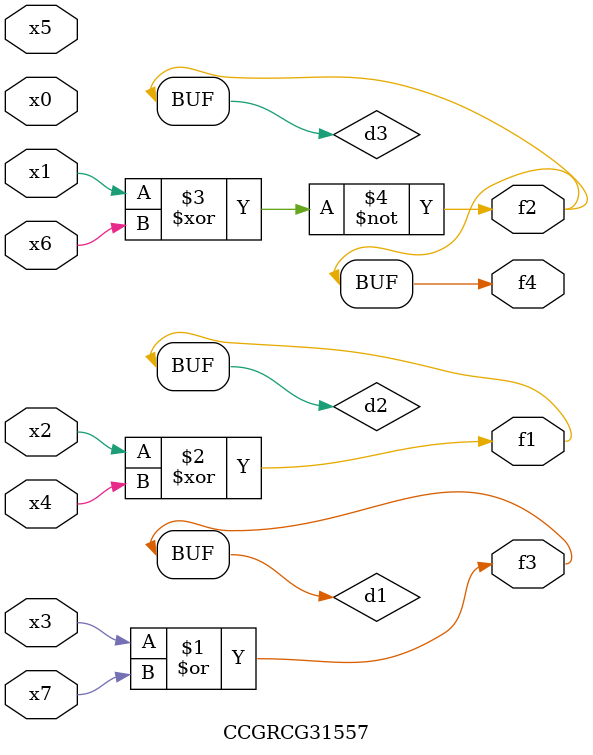
<source format=v>
module CCGRCG31557(
	input x0, x1, x2, x3, x4, x5, x6, x7,
	output f1, f2, f3, f4
);

	wire d1, d2, d3;

	or (d1, x3, x7);
	xor (d2, x2, x4);
	xnor (d3, x1, x6);
	assign f1 = d2;
	assign f2 = d3;
	assign f3 = d1;
	assign f4 = d3;
endmodule

</source>
